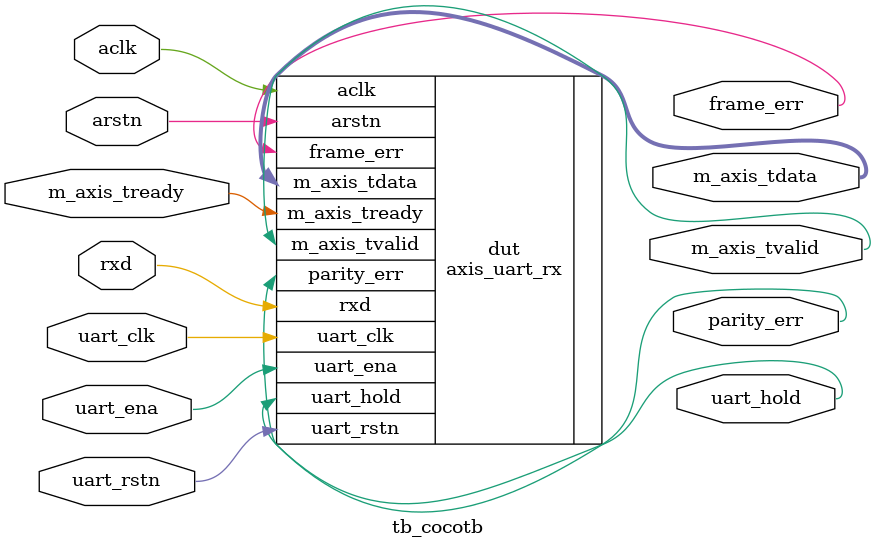
<source format=v>

`timescale 1ns/100ps

/*
 * Module: tb_cocotb
 *
 * Test bench for axis_uart_rx.
 *
 * Parameters:
 *
 *   PARITY_ENA       - Enable Parity for the data in and out.
 *   PARITY_TYPE      - Set the parity type, 0 = even, 1 = odd, 2 = mark, 3 = space.
 *   STOP_BITS        - Number of stop bits, 0 to crazy non-standard amounts.
 *   DATA_BITS        - Number of data bits, 1 to crazy non-standard amounts.
 *   DELAY            - Delay in rx data input.
 *
 * Ports:
 *
 *   aclk           - Clock for AXIS
 *   arstn          - Negative reset for AXIS
 *   parity_err     - Indicates error with parity check (active high)
 *   frame_err      - Indicates error with frame (active high)
 *   m_axis_tdata   - Output data from UART RX
 *   m_axis_tvalid  - When active high the output data is valid
 *   m_axis_tready  - When set active high the output device is ready for data.
 *   uart_clk       - Clock used for BAUD rate generation
 *   uart_rstn      - Negative reset for UART, for anything clocked on uart_clk
 *   uart_ena       - Enable UART data processing from RX.
 *   uart_hold      - Output to hold clock till in receive state.
 *   rxd            - receive for UART (input from TX)
 */
module tb_cocotb #(
    parameter PARITY_ENA  = 0,
    parameter PARITY_TYPE = 0,
    parameter STOP_BITS   = 1,
    parameter DATA_BITS   = 8,
    parameter DELAY       = 0
  )
  (
    input                       aclk,
    input                       arstn,
    output                      parity_err,
    output                      frame_err,
    output  [DATA_BITS-1:0]     m_axis_tdata,
    output                      m_axis_tvalid,
    input                       m_axis_tready,
    input                       uart_clk,
    input                       uart_rstn,
    input                       uart_ena,
    output                      uart_hold,
    input                       rxd
  );
  // fst dump command
  initial begin
    $dumpfile ("tb_cocotb.fst");
    $dumpvars (0, tb_cocotb);
    #1;
  end
  
  //Group: Instantiated Modules

  /*
   * Module: dut
   *
   * Device under test, axis_uart_rx
   */
   axis_uart_rx #(
      .PARITY_ENA(PARITY_ENA),
      .PARITY_TYPE(PARITY_TYPE),
      .STOP_BITS(STOP_BITS),
      .DATA_BITS(DATA_BITS),
      .DELAY(DELAY)
    ) dut (
      .aclk(aclk),
      .arstn(arstn),
      .parity_err(parity_err),
      .frame_err(frame_err),
      .m_axis_tdata(m_axis_tdata),
      .m_axis_tvalid(m_axis_tvalid),
      .m_axis_tready(m_axis_tready),
      .uart_clk(uart_clk),
      .uart_rstn(uart_rstn),
      .uart_ena(uart_ena),
      .uart_hold(uart_hold),
      .rxd(rxd)
  );
  
endmodule


</source>
